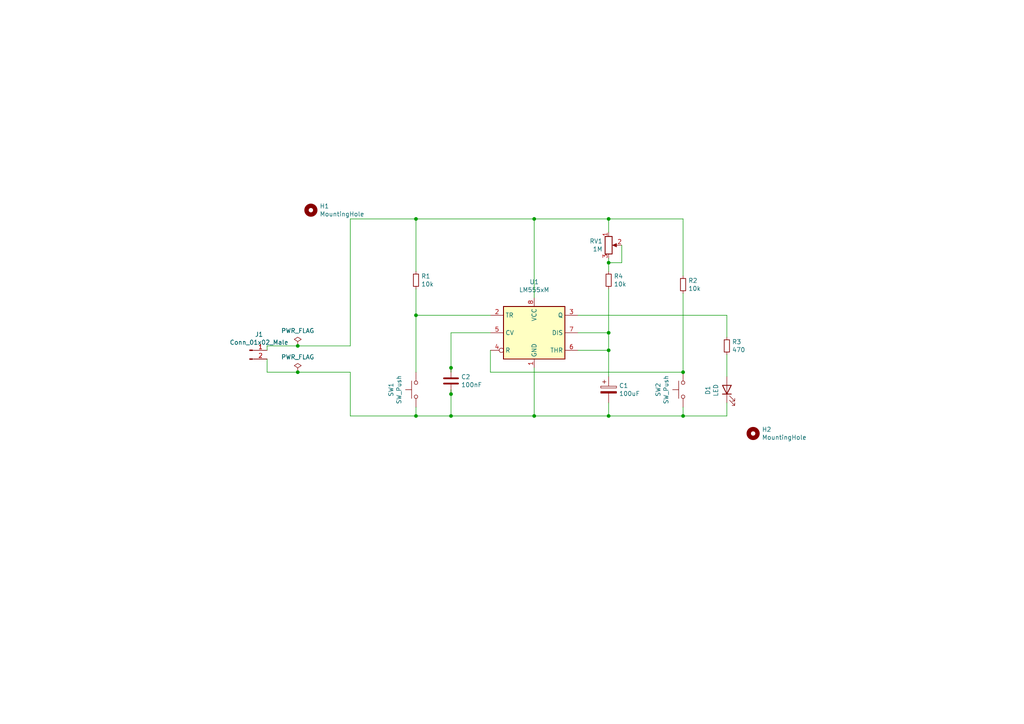
<source format=kicad_sch>
(kicad_sch (version 20211123) (generator eeschema)
  (paper "A4")
  (lib_symbols
    (symbol "Connector:Conn_01x02_Male" (pin_names (offset 1.016) hide)
      (property "Reference" "J" (at 0 2.54 0))
      (property "Value" "Conn_01x02_Male" (at 0 -5.08 0))
      (symbol "Conn_01x02_Male_1_1"
        (polyline (pts (xy 1.27 -2.54) (xy 0.8636 -2.54)) (stroke (width 0.1524)))
        (polyline (pts (xy 1.27 0) (xy 0.8636 0)) (stroke (width 0.1524)))
        (rectangle (start 0.8636 -2.413) (end 0 -2.667) (stroke (width 0.1524)) (fill (type outline)))
        (rectangle (start 0.8636 0.127) (end 0 -0.127) (stroke (width 0.1524)) (fill (type outline)))
        (pin passive line (at 5.08 0 180) (length 3.81) (name "Pin_1") (number "1"))
        (pin passive line (at 5.08 -2.54 180) (length 3.81) (name "Pin_2") (number "2"))
      )
    )
    (symbol "Device:C" (pin_numbers hide) (pin_names (offset 0.254))
      (property "Reference" "C" (at 0.635 2.54 0))
      (property "Value" "C" (at 0.635 -2.54 0))
      (symbol "C_0_1"
        (polyline (pts (xy -2.032 -0.762) (xy 2.032 -0.762)) (stroke (width 0.508)))
        (polyline (pts (xy -2.032 0.762) (xy 2.032 0.762)) (stroke (width 0.508)))
      )
      (symbol "C_1_1"
        (pin passive line (at 0 3.81 270) (length 2.794) (name "~") (number "1"))
        (pin passive line (at 0 -3.81 90) (length 2.794) (name "~") (number "2"))
      )
    )
    (symbol "Device:CP" (pin_numbers hide) (pin_names (offset 0.254))
      (property "Reference" "C" (at 0.635 2.54 0))
      (property "Value" "Device_CP" (at 0.635 -2.54 0))
      (symbol "CP_0_1"
        (rectangle (start -2.286 0.508) (end 2.286 1.016))
        (polyline (pts (xy -1.778 2.286) (xy -0.762 2.286)))
        (polyline (pts (xy -1.27 2.794) (xy -1.27 1.778)))
        (rectangle (start 2.286 -0.508) (end -2.286 -1.016) (fill (type outline)))
      )
      (symbol "CP_1_1"
        (pin passive line (at 0 3.81 270) (length 2.794) (name "~") (number "1"))
        (pin passive line (at 0 -3.81 90) (length 2.794) (name "~") (number "2"))
      )
    )
    (symbol "Device:LED" (pin_numbers hide) (pin_names (offset 1.016) hide)
      (property "Reference" "D" (at 0 2.54 0))
      (property "Value" "LED" (at 0 -2.54 0))
      (symbol "LED_0_1"
        (polyline (pts (xy -1.27 -1.27) (xy -1.27 1.27)) (stroke (width 0.254)))
        (polyline (pts (xy -1.27 0) (xy 1.27 0)))
        (polyline (pts (xy 1.27 -1.27) (xy 1.27 1.27) (xy -1.27 0) (xy 1.27 -1.27)) (stroke (width 0.254)))
        (polyline (pts (xy -3.048 -0.762) (xy -4.572 -2.286) (xy -3.81 -2.286) (xy -4.572 -2.286) (xy -4.572 -1.524)))
        (polyline (pts (xy -1.778 -0.762) (xy -3.302 -2.286) (xy -2.54 -2.286) (xy -3.302 -2.286) (xy -3.302 -1.524)))
      )
      (symbol "LED_1_1"
        (pin passive line (at -3.81 0 0) (length 2.54) (name "K") (number "1"))
        (pin passive line (at 3.81 0 180) (length 2.54) (name "A") (number "2"))
      )
    )
    (symbol "Device:R_POT" (pin_names (offset 1.016) hide)
      (property "Reference" "RV" (at -4.445 0 90))
      (property "Value" "Device_R_POT" (at -2.54 0 90))
      (symbol "R_POT_0_1"
        (polyline (pts (xy 2.54 0) (xy 1.524 0)))
        (polyline (pts (xy 1.143 0) (xy 2.286 0.508) (xy 2.286 -0.508) (xy 1.143 0)) (fill (type outline)))
        (rectangle (start 1.016 2.54) (end -1.016 -2.54) (stroke (width 0.254)))
      )
      (symbol "R_POT_1_1"
        (pin passive line (at 0 3.81 270) (length 1.27) (name "1") (number "1"))
        (pin passive line (at 3.81 0 180) (length 1.27) (name "2") (number "2"))
        (pin passive line (at 0 -3.81 90) (length 1.27) (name "3") (number "3"))
      )
    )
    (symbol "Device:R_Small" (pin_numbers hide) (pin_names (offset 0.254) hide)
      (property "Reference" "R" (at 0.762 0.508 0))
      (property "Value" "R_Small" (at 0.762 -1.016 0))
      (symbol "R_Small_0_1"
        (rectangle (start -0.762 1.778) (end 0.762 -1.778) (stroke (width 0.2032)))
      )
      (symbol "R_Small_1_1"
        (pin passive line (at 0 2.54 270) (length 0.762) (name "~") (number "1"))
        (pin passive line (at 0 -2.54 90) (length 0.762) (name "~") (number "2"))
      )
    )
    (symbol "Mechanical:MountingHole" (pin_names (offset 1.016))
      (property "Reference" "H" (at 0 5.08 0))
      (property "Value" "MountingHole" (at 0 3.175 0))
      (symbol "MountingHole_0_1"
        (circle (center 0 0) (radius 1.27) (stroke (width 1.27)))
      )
    )
    (symbol "Switch:SW_Push" (pin_numbers hide) (pin_names (offset 1.016) hide)
      (property "Reference" "SW" (at 1.27 2.54 0))
      (property "Value" "SW_Push" (at 0 -1.524 0))
      (symbol "SW_Push_0_1"
        (circle (center -2.032 0) (radius 0.508))
        (polyline (pts (xy 0 1.27) (xy 0 3.048)))
        (polyline (pts (xy 2.54 1.27) (xy -2.54 1.27)))
        (circle (center 2.032 0) (radius 0.508))
        (pin passive line (at -5.08 0 0) (length 2.54) (name "1") (number "1"))
        (pin passive line (at 5.08 0 180) (length 2.54) (name "2") (number "2"))
      )
    )
    (symbol "Timer:LM555xM"
      (property "Reference" "U" (at -10.16 8.89 0))
      (property "Value" "LM555xM" (at 2.54 8.89 0))
      (symbol "LM555xM_0_0"
        (pin power_in line (at 0 -10.16 90) (length 2.54) (name "GND") (number "1"))
        (pin power_in line (at 0 10.16 270) (length 2.54) (name "VCC") (number "8"))
      )
      (symbol "LM555xM_0_1"
        (rectangle (start -8.89 -7.62) (end 8.89 7.62) (stroke (width 0.254)) (fill (type background)))
        (rectangle (start -8.89 -7.62) (end 8.89 7.62) (stroke (width 0.254)) (fill (type background)))
      )
      (symbol "LM555xM_1_1"
        (pin input line (at -12.7 5.08 0) (length 3.81) (name "TR") (number "2"))
        (pin output line (at 12.7 5.08 180) (length 3.81) (name "Q") (number "3"))
        (pin input inverted (at -12.7 -5.08 0) (length 3.81) (name "R") (number "4"))
        (pin input line (at -12.7 0 0) (length 3.81) (name "CV") (number "5"))
        (pin input line (at 12.7 -5.08 180) (length 3.81) (name "THR") (number "6"))
        (pin input line (at 12.7 0 180) (length 3.81) (name "DIS") (number "7"))
      )
    )
    (symbol "power:PWR_FLAG" (power) (pin_numbers hide) (pin_names (offset 0) hide)
      (property "Value" "PWR_FLAG" (at 0 3.81 0))
      (symbol "PWR_FLAG_0_0"
        (pin power_out line (at 0 0 90) (length 0) (name "pwr") (number "1"))
      )
      (symbol "PWR_FLAG_0_1"
        (polyline (pts (xy 0 0) (xy 0 1.27) (xy -1.016 1.905) (xy 0 2.54) (xy 1.016 1.905) (xy 0 1.27)))
      )
    )
  )
  (junction (at 176.53 63.5))
  (junction (at 176.53 76.2))
  (junction (at 120.65 120.65))
  (junction (at 154.94 120.65))
  (junction (at 176.53 101.6))
  (junction (at 130.81 120.65))
  (junction (at 176.53 120.65))
  (junction (at 130.81 106.68))
  (junction (at 198.12 107.95))
  (junction (at 130.81 114.3))
  (junction (at 86.36 107.95))
  (junction (at 198.12 120.65))
  (junction (at 120.65 91.44))
  (junction (at 120.65 63.5))
  (junction (at 86.36 100.33))
  (junction (at 154.94 63.5))
  (junction (at 176.53 96.52))
  (wire (pts (xy 198.12 63.5) (xy 176.53 63.5)))
  (wire (pts (xy 130.81 114.3) (xy 130.81 120.65)))
  (wire (pts (xy 130.81 106.68) (xy 130.81 107.95)))
  (wire (pts (xy 210.82 120.65) (xy 210.82 116.84)))
  (wire (pts (xy 176.53 96.52) (xy 176.53 83.82)))
  (wire (pts (xy 86.36 100.33) (xy 77.47 100.33)))
  (wire (pts (xy 176.53 63.5) (xy 176.53 67.31)))
  (wire (pts (xy 120.65 91.44) (xy 120.65 83.82)))
  (wire (pts (xy 210.82 91.44) (xy 167.64 91.44)))
  (wire (pts (xy 101.6 63.5) (xy 101.6 100.33)))
  (wire (pts (xy 176.53 116.84) (xy 176.53 120.65)))
  (wire (pts (xy 142.24 96.52) (xy 130.81 96.52)))
  (wire (pts (xy 176.53 96.52) (xy 167.64 96.52)))
  (wire (pts (xy 176.53 63.5) (xy 154.94 63.5)))
  (wire (pts (xy 210.82 97.79) (xy 210.82 91.44)))
  (wire (pts (xy 154.94 63.5) (xy 120.65 63.5)))
  (wire (pts (xy 176.53 78.74) (xy 176.53 76.2)))
  (wire (pts (xy 120.65 118.11) (xy 120.65 120.65)))
  (wire (pts (xy 210.82 109.22) (xy 210.82 102.87)))
  (wire (pts (xy 101.6 100.33) (xy 86.36 100.33)))
  (wire (pts (xy 198.12 107.95) (xy 198.12 85.09)))
  (wire (pts (xy 176.53 76.2) (xy 180.34 76.2)))
  (wire (pts (xy 198.12 120.65) (xy 210.82 120.65)))
  (wire (pts (xy 198.12 118.11) (xy 198.12 120.65)))
  (wire (pts (xy 130.81 96.52) (xy 130.81 106.68)))
  (wire (pts (xy 142.24 107.95) (xy 198.12 107.95)))
  (wire (pts (xy 120.65 63.5) (xy 120.65 78.74)))
  (wire (pts (xy 120.65 63.5) (xy 101.6 63.5)))
  (wire (pts (xy 120.65 91.44) (xy 120.65 107.95)))
  (wire (pts (xy 130.81 113.03) (xy 130.81 114.3)))
  (wire (pts (xy 101.6 120.65) (xy 120.65 120.65)))
  (wire (pts (xy 120.65 120.65) (xy 130.81 120.65)))
  (wire (pts (xy 86.36 107.95) (xy 101.6 107.95)))
  (wire (pts (xy 176.53 101.6) (xy 167.64 101.6)))
  (wire (pts (xy 154.94 120.65) (xy 154.94 106.68)))
  (wire (pts (xy 77.47 107.95) (xy 77.47 104.14)))
  (wire (pts (xy 180.34 76.2) (xy 180.34 71.12)))
  (wire (pts (xy 154.94 63.5) (xy 154.94 86.36)))
  (wire (pts (xy 101.6 107.95) (xy 101.6 120.65)))
  (wire (pts (xy 198.12 80.01) (xy 198.12 63.5)))
  (wire (pts (xy 176.53 109.22) (xy 176.53 101.6)))
  (wire (pts (xy 176.53 101.6) (xy 176.53 96.52)))
  (wire (pts (xy 176.53 76.2) (xy 176.53 74.93)))
  (wire (pts (xy 86.36 107.95) (xy 77.47 107.95)))
  (wire (pts (xy 77.47 100.33) (xy 77.47 101.6)))
  (wire (pts (xy 130.81 120.65) (xy 154.94 120.65)))
  (wire (pts (xy 198.12 120.65) (xy 176.53 120.65)))
  (wire (pts (xy 142.24 91.44) (xy 120.65 91.44)))
  (wire (pts (xy 142.24 101.6) (xy 142.24 107.95)))
  (wire (pts (xy 176.53 120.65) (xy 154.94 120.65)))
  (symbol (lib_id "Timer:LM555xM") (at 154.94 96.52 0) (unit 1)
    (property "Reference" "U1" (at 154.94 81.7626 0))
    (property "Value" "LM555xM" (at 154.94 84.074 0))
    (property "Footprint" "Package_SO:SOIC-8_3.9x4.9mm_P1.27mm" (effects hide))
    (property "Datasheet" "http://www.ti.com/lit/ds/symlink/lm555.pdf" (effects hide))
  )
  (symbol (lib_id "Switch:SW_Push") (at 120.65 113.03 90) (unit 1)
    (property "Reference" "SW1" (at 113.411 113.03 0))
    (property "Value" "SW_Push" (at 115.7224 113.03 0))
    (property "Footprint" "Button_Switch_SMD:Panasonic_EVQPUJ_EVQPUA" (effects hide))
  )
  (symbol (lib_id "Device:R_Small") (at 120.65 81.28 0) (unit 1)
    (property "Reference" "R1" (at 122.1486 80.1116 0) (effects (justify left)))
    (property "Value" "10k" (at 122.1486 82.423 0) (effects (justify left)))
    (property "Footprint" "Resistor_SMD:R_0603_1608Metric_Pad1.05x0.95mm_HandSolder" (effects hide))
  )
  (symbol (lib_id "Device:CP") (at 176.53 113.03 0) (unit 1)
    (property "Reference" "C1" (at 179.5272 111.8616 0) (effects (justify left)))
    (property "Value" "100uF" (at 179.5272 114.173 0) (effects (justify left)))
    (property "Footprint" "Capacitor_THT:CP_Radial_D8.0mm_P5.00mm" (effects hide))
  )
  (symbol (lib_id "Device:LED") (at 210.82 113.03 90) (unit 1)
    (property "Reference" "D1" (at 205.3082 113.2078 0))
    (property "Value" "LED" (at 207.6196 113.2078 0))
    (property "Footprint" "LED_SMD:LED_0603_1608Metric" (effects hide))
  )
  (symbol (lib_id "Device:R_Small") (at 198.12 82.55 0) (unit 1)
    (property "Reference" "R2" (at 199.6186 81.3816 0) (effects (justify left)))
    (property "Value" "10k" (at 199.6186 83.693 0) (effects (justify left)))
    (property "Footprint" "Resistor_SMD:R_0603_1608Metric_Pad1.05x0.95mm_HandSolder" (effects hide))
  )
  (symbol (lib_id "Device:R_Small") (at 210.82 100.33 0) (unit 1)
    (property "Reference" "R3" (at 212.3186 99.1616 0) (effects (justify left)))
    (property "Value" "470" (at 212.3186 101.473 0) (effects (justify left)))
    (property "Footprint" "Resistor_SMD:R_0603_1608Metric_Pad1.05x0.95mm_HandSolder" (effects hide))
  )
  (symbol (lib_id "Switch:SW_Push") (at 198.12 113.03 90) (unit 1)
    (property "Reference" "SW2" (at 190.881 113.03 0))
    (property "Value" "SW_Push" (at 193.1924 113.03 0))
    (property "Footprint" "Button_Switch_SMD:Panasonic_EVQPUJ_EVQPUA" (effects hide))
  )
  (symbol (lib_id "Device:R_POT") (at 176.53 71.12 0) (unit 1)
    (property "Reference" "RV1" (at 174.7774 69.9516 0) (effects (justify right)))
    (property "Value" "1M" (at 174.7774 72.263 0) (effects (justify right)))
    (property "Footprint" "Potentiometer_SMD:Potentiometer_ACP_CA14-VSMD_Vertical" (effects hide))
  )
  (symbol (lib_id "Device:C") (at 130.81 110.49 0) (unit 1)
    (property "Reference" "C2" (at 133.731 109.3216 0) (effects (justify left)))
    (property "Value" "100nF" (at 133.731 111.633 0) (effects (justify left)))
    (property "Footprint" "Capacitor_SMD:C_0603_1608Metric" (effects hide))
  )
  (symbol (lib_id "Device:R_Small") (at 176.53 81.28 0) (unit 1)
    (property "Reference" "R4" (at 178.0286 80.1116 0) (effects (justify left)))
    (property "Value" "10k" (at 178.0286 82.423 0) (effects (justify left)))
    (property "Footprint" "Resistor_SMD:R_0603_1608Metric_Pad1.05x0.95mm_HandSolder" (effects hide))
  )
  (symbol (lib_id "power:PWR_FLAG") (at 86.36 100.33 0) (unit 1)
    (property "Reference" "#FLG0101" (effects hide))
    (property "Value" "PWR_FLAG" (at 86.36 95.9358 0))
  )
  (symbol (lib_id "power:PWR_FLAG") (at 86.36 107.95 0) (unit 1)
    (property "Reference" "#FLG0102" (effects hide))
    (property "Value" "PWR_FLAG" (at 86.36 103.5558 0))
  )
  (symbol (lib_id "Connector:Conn_01x02_Male") (at 72.39 101.6 0) (unit 1)
    (property "Reference" "J1" (at 75.1332 97.0026 0))
    (property "Value" "Conn_01x02_Male" (at 75.1332 99.314 0))
    (property "Footprint" "Connector_PinHeader_2.54mm:PinHeader_1x02_P2.54mm_Vertical" (effects hide))
  )
  (symbol (lib_id "Mechanical:MountingHole") (at 90.17 60.96 0) (unit 1)
    (property "Reference" "H1" (at 92.71 59.7916 0) (effects (justify left)))
    (property "Value" "MountingHole" (at 92.71 62.103 0) (effects (justify left)))
    (property "Footprint" "MountingHole:MountingHole_3.2mm_M3" (effects hide))
  )
  (symbol (lib_id "Mechanical:MountingHole") (at 218.44 125.73 0) (unit 1)
    (property "Reference" "H2" (at 220.98 124.5616 0) (effects (justify left)))
    (property "Value" "MountingHole" (at 220.98 126.873 0) (effects (justify left)))
    (property "Footprint" "MountingHole:MountingHole_3.2mm_M3" (effects hide))
  )
)
</source>
